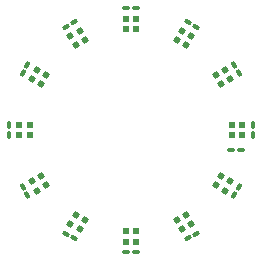
<source format=gbr>
%TF.GenerationSoftware,KiCad,Pcbnew,7.0.5.1-1-g8f565ef7f0-dirty-deb11*%
%TF.CreationDate,2023-06-02T13:43:08+00:00*%
%TF.ProjectId,pedalboard-led-ring,70656461-6c62-46f6-9172-642d6c65642d,1.0.0*%
%TF.SameCoordinates,Original*%
%TF.FileFunction,Soldermask,Top*%
%TF.FilePolarity,Negative*%
%FSLAX46Y46*%
G04 Gerber Fmt 4.6, Leading zero omitted, Abs format (unit mm)*
G04 Created by KiCad (PCBNEW 7.0.5.1-1-g8f565ef7f0-dirty-deb11) date 2023-06-02 13:43:08*
%MOMM*%
%LPD*%
G01*
G04 APERTURE LIST*
G04 Aperture macros list*
%AMRoundRect*
0 Rectangle with rounded corners*
0 $1 Rounding radius*
0 $2 $3 $4 $5 $6 $7 $8 $9 X,Y pos of 4 corners*
0 Add a 4 corners polygon primitive as box body*
4,1,4,$2,$3,$4,$5,$6,$7,$8,$9,$2,$3,0*
0 Add four circle primitives for the rounded corners*
1,1,$1+$1,$2,$3*
1,1,$1+$1,$4,$5*
1,1,$1+$1,$6,$7*
1,1,$1+$1,$8,$9*
0 Add four rect primitives between the rounded corners*
20,1,$1+$1,$2,$3,$4,$5,0*
20,1,$1+$1,$4,$5,$6,$7,0*
20,1,$1+$1,$6,$7,$8,$9,0*
20,1,$1+$1,$8,$9,$2,$3,0*%
%AMRotRect*
0 Rectangle, with rotation*
0 The origin of the aperture is its center*
0 $1 length*
0 $2 width*
0 $3 Rotation angle, in degrees counterclockwise*
0 Add horizontal line*
21,1,$1,$2,0,0,$3*%
G04 Aperture macros list end*
%ADD10RoundRect,0.100000X0.195353X-0.138361X-0.022147X0.238361X-0.195353X0.138361X0.022147X-0.238361X0*%
%ADD11RotRect,0.500000X0.500000X300.000000*%
%ADD12R,0.500000X0.500000*%
%ADD13RotRect,0.500000X0.500000X330.000000*%
%ADD14RotRect,0.500000X0.500000X210.000000*%
%ADD15RoundRect,0.100000X0.138361X0.195353X-0.238361X-0.022147X-0.138361X-0.195353X0.238361X0.022147X0*%
%ADD16RotRect,0.500000X0.500000X150.000000*%
%ADD17RoundRect,0.100000X0.022147X0.238361X-0.195353X-0.138361X-0.022147X-0.238361X0.195353X0.138361X0*%
%ADD18RoundRect,0.100000X-0.022147X-0.238361X0.195353X0.138361X0.022147X0.238361X-0.195353X-0.138361X0*%
%ADD19RoundRect,0.100000X0.238361X-0.022147X-0.138361X0.195353X-0.238361X0.022147X0.138361X-0.195353X0*%
%ADD20RoundRect,0.100000X0.100000X-0.217500X0.100000X0.217500X-0.100000X0.217500X-0.100000X-0.217500X0*%
%ADD21RoundRect,0.100000X0.217500X0.100000X-0.217500X0.100000X-0.217500X-0.100000X0.217500X-0.100000X0*%
%ADD22RoundRect,0.100000X-0.238361X0.022147X0.138361X-0.195353X0.238361X-0.022147X-0.138361X0.195353X0*%
%ADD23RoundRect,0.100000X-0.195353X0.138361X0.022147X-0.238361X0.195353X-0.138361X-0.022147X0.238361X0*%
%ADD24RoundRect,0.100000X-0.138361X-0.195353X0.238361X0.022147X0.138361X0.195353X-0.238361X-0.022147X0*%
%ADD25RotRect,0.500000X0.500000X30.000000*%
%ADD26RoundRect,0.100000X-0.100000X0.217500X-0.100000X-0.217500X0.100000X-0.217500X0.100000X0.217500X0*%
%ADD27RotRect,0.500000X0.500000X120.000000*%
%ADD28RotRect,0.500000X0.500000X240.000000*%
%ADD29RotRect,0.500000X0.500000X60.000000*%
%ADD30RoundRect,0.100000X-0.217500X-0.100000X0.217500X-0.100000X0.217500X0.100000X-0.217500X0.100000X0*%
G04 APERTURE END LIST*
D10*
%TO.C,C8*%
X71240387Y-65527905D03*
X70832887Y-64822095D03*
%TD*%
D11*
%TO.C,D11*%
X84664711Y-67179518D03*
X83885289Y-67629518D03*
X84335289Y-68408940D03*
X85114711Y-67958940D03*
%TD*%
D12*
%TO.C,D1*%
X88550000Y-59550000D03*
X88550000Y-60450000D03*
X89450000Y-60450000D03*
X89450000Y-59550000D03*
%TD*%
%TO.C,D4*%
X79550000Y-51450000D03*
X80450000Y-51450000D03*
X80450000Y-50550000D03*
X79550000Y-50550000D03*
%TD*%
D13*
%TO.C,D12*%
X87629518Y-63885289D03*
X87179518Y-64664711D03*
X87958940Y-65114711D03*
X88408940Y-64335289D03*
%TD*%
D14*
%TO.C,D8*%
X72820482Y-64664711D03*
X72370482Y-63885289D03*
X71591060Y-64335289D03*
X72041060Y-65114711D03*
%TD*%
D12*
%TO.C,D10*%
X80450000Y-68550000D03*
X79550000Y-68550000D03*
X79550000Y-69450000D03*
X80450000Y-69450000D03*
%TD*%
D15*
%TO.C,C11*%
X85527905Y-68759613D03*
X84822095Y-69167113D03*
%TD*%
D12*
%TO.C,D7*%
X71450000Y-60450000D03*
X71450000Y-59550000D03*
X70550000Y-59550000D03*
X70550000Y-60450000D03*
%TD*%
D16*
%TO.C,D6*%
X72370482Y-56114711D03*
X72820482Y-55335289D03*
X72041060Y-54885289D03*
X71591060Y-55664711D03*
%TD*%
D17*
%TO.C,C12*%
X89167113Y-64822095D03*
X88759613Y-65527905D03*
%TD*%
D18*
%TO.C,C6*%
X70832887Y-55177905D03*
X71240387Y-54472095D03*
%TD*%
D19*
%TO.C,C9*%
X75177905Y-69167113D03*
X74472095Y-68759613D03*
%TD*%
D20*
%TO.C,C7*%
X69650000Y-60407500D03*
X69650000Y-59592500D03*
%TD*%
D21*
%TO.C,C10*%
X80407500Y-70350000D03*
X79592500Y-70350000D03*
%TD*%
D22*
%TO.C,C3*%
X84822095Y-50832887D03*
X85527905Y-51240387D03*
%TD*%
D23*
%TO.C,C2*%
X88759613Y-54472095D03*
X89167113Y-55177905D03*
%TD*%
D24*
%TO.C,C5*%
X74472095Y-51240387D03*
X75177905Y-50832887D03*
%TD*%
D25*
%TO.C,D2*%
X87179518Y-55335289D03*
X87629518Y-56114711D03*
X88408940Y-55664711D03*
X87958940Y-54885289D03*
%TD*%
D26*
%TO.C,C1*%
X90350000Y-59592500D03*
X90350000Y-60407500D03*
%TD*%
D27*
%TO.C,D5*%
X75335289Y-52820482D03*
X76114711Y-52370482D03*
X75664711Y-51591060D03*
X74885289Y-52041060D03*
%TD*%
D28*
%TO.C,D9*%
X76114711Y-67629518D03*
X75335289Y-67179518D03*
X74885289Y-67958940D03*
X75664711Y-68408940D03*
%TD*%
D29*
%TO.C,D3*%
X83885289Y-52370482D03*
X84664711Y-52820482D03*
X85114711Y-52041060D03*
X84335289Y-51591060D03*
%TD*%
D21*
%TO.C,R1*%
X89317500Y-61680000D03*
X88502500Y-61680000D03*
%TD*%
D30*
%TO.C,C4*%
X79592500Y-49650000D03*
X80407500Y-49650000D03*
%TD*%
M02*

</source>
